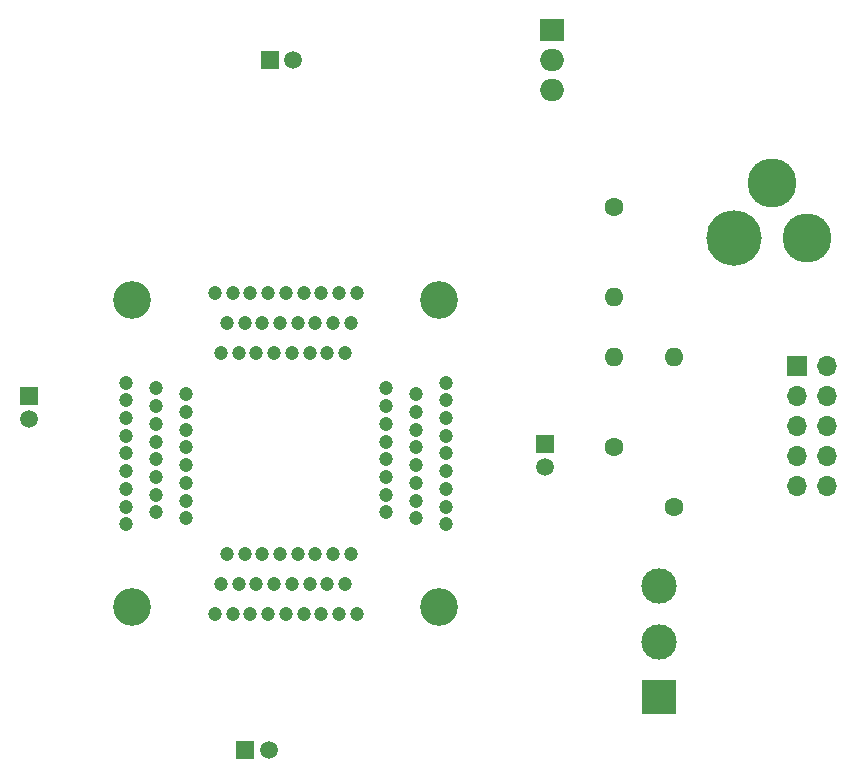
<source format=gbs>
%TF.GenerationSoftware,KiCad,Pcbnew,8.0.7*%
%TF.CreationDate,2025-02-09T12:46:03+02:00*%
%TF.ProjectId,EPM570 Programmer,45504d35-3730-4205-9072-6f6772616d6d,V0*%
%TF.SameCoordinates,Original*%
%TF.FileFunction,Soldermask,Bot*%
%TF.FilePolarity,Negative*%
%FSLAX46Y46*%
G04 Gerber Fmt 4.6, Leading zero omitted, Abs format (unit mm)*
G04 Created by KiCad (PCBNEW 8.0.7) date 2025-02-09 12:46:03*
%MOMM*%
%LPD*%
G01*
G04 APERTURE LIST*
%ADD10R,1.500000X1.500000*%
%ADD11C,1.500000*%
%ADD12C,4.700000*%
%ADD13C,4.150000*%
%ADD14R,3.000000X3.000000*%
%ADD15C,3.000000*%
%ADD16R,2.000000X1.905000*%
%ADD17O,2.000000X1.905000*%
%ADD18C,1.600000*%
%ADD19O,1.600000X1.600000*%
%ADD20R,1.700000X1.700000*%
%ADD21O,1.700000X1.700000*%
%ADD22C,3.200000*%
%ADD23C,1.200000*%
G04 APERTURE END LIST*
D10*
%TO.C,C1*%
X10356000Y20320000D03*
D11*
X12356000Y20320000D03*
%TD*%
D12*
%TO.C,J2*%
X49657000Y5207000D03*
D13*
X52857000Y9907000D03*
X55857000Y5207000D03*
%TD*%
D14*
%TO.C,S2*%
X43344000Y-33638000D03*
D15*
X43344000Y-28939000D03*
X43344000Y-24240000D03*
%TD*%
D16*
%TO.C,U1*%
X34290000Y22860000D03*
D17*
X34290000Y20320000D03*
X34290000Y17780000D03*
%TD*%
D18*
%TO.C,R1*%
X44614000Y-17509000D03*
D19*
X44614000Y-4809000D03*
%TD*%
D10*
%TO.C,C3*%
X33692000Y-12191000D03*
D11*
X33692000Y-14191000D03*
%TD*%
D20*
%TO.C,J3*%
X55028000Y-5571000D03*
D21*
X57568000Y-5571000D03*
X55028000Y-8111000D03*
X57568000Y-8111000D03*
X55028000Y-10651000D03*
X57568000Y-10651000D03*
X55028000Y-13191000D03*
X57568000Y-13191000D03*
X55028000Y-15731000D03*
X57568000Y-15731000D03*
%TD*%
D18*
%TO.C,R2*%
X39534000Y-12429000D03*
D19*
X39534000Y-4809000D03*
%TD*%
D18*
%TO.C,R3*%
X39534000Y7891000D03*
D19*
X39534000Y271000D03*
%TD*%
D22*
%TO.C,J1*%
X-1270000Y0D03*
X-1270000Y-26000000D03*
X24730000Y0D03*
X24730000Y-26000000D03*
D23*
X-1850000Y-7000000D03*
X690000Y-7500000D03*
X3230000Y-8000000D03*
X-1850000Y-8500000D03*
X690000Y-9000000D03*
X3230000Y-9500000D03*
X-1850000Y-10000000D03*
X690000Y-10500000D03*
X3230000Y-11000000D03*
X-1850000Y-11500000D03*
X690000Y-12000000D03*
X3230000Y-12500000D03*
X-1850000Y-13000000D03*
X690000Y-13500000D03*
X3230000Y-14000000D03*
X-1850000Y-14500000D03*
X690000Y-15000000D03*
X3230000Y-15500000D03*
X-1850000Y-16000000D03*
X690000Y-16500000D03*
X3230000Y-17000000D03*
X-1850000Y-17500000D03*
X690000Y-18000000D03*
X3230000Y-18500000D03*
X-1850000Y-19000000D03*
X5730000Y-26580000D03*
X6230000Y-24040000D03*
X6730000Y-21500000D03*
X7230000Y-26580000D03*
X7730000Y-24040000D03*
X8230000Y-21500000D03*
X8730000Y-26580000D03*
X9230000Y-24040000D03*
X9730000Y-21500000D03*
X10230000Y-26580000D03*
X10730000Y-24040000D03*
X11230000Y-21500000D03*
X11730000Y-26580000D03*
X12230000Y-24040000D03*
X12730000Y-21500000D03*
X13230000Y-26580000D03*
X13730000Y-24040000D03*
X14230000Y-21500000D03*
X14730000Y-26580000D03*
X15230000Y-24040000D03*
X15730000Y-21500000D03*
X16230000Y-26580000D03*
X16730000Y-24040000D03*
X17230000Y-21500000D03*
X17730000Y-26580000D03*
X25310000Y-19000000D03*
X22770000Y-18500000D03*
X20230000Y-18000000D03*
X25310000Y-17500000D03*
X22770000Y-17000000D03*
X20230000Y-16500000D03*
X25310000Y-16000000D03*
X22770000Y-15500000D03*
X20230000Y-15000000D03*
X25310000Y-14500000D03*
X22770000Y-14000000D03*
X20230000Y-13500000D03*
X25310000Y-13000000D03*
X22770000Y-12500000D03*
X20230000Y-12000000D03*
X25310000Y-11500000D03*
X22770000Y-11000000D03*
X20230000Y-10500000D03*
X25310000Y-10000000D03*
X22770000Y-9500000D03*
X20230000Y-9000000D03*
X25310000Y-8500000D03*
X22770000Y-8000000D03*
X20230000Y-7500000D03*
X25310000Y-7000000D03*
X17730000Y580000D03*
X17230000Y-1960000D03*
X16730000Y-4500000D03*
X16230000Y580000D03*
X15730000Y-1960000D03*
X15230000Y-4500000D03*
X14730000Y580000D03*
X14230000Y-1960000D03*
X13730000Y-4500000D03*
X13230000Y580000D03*
X12730000Y-1960000D03*
X12230000Y-4500000D03*
X11730000Y580000D03*
X11230000Y-1960000D03*
X10730000Y-4500000D03*
X10230000Y580000D03*
X9730000Y-1960000D03*
X9230000Y-4500000D03*
X8730000Y580000D03*
X8230000Y-1960000D03*
X7730000Y-4500000D03*
X7230000Y580000D03*
X6730000Y-1960000D03*
X6230000Y-4500000D03*
X5730000Y580000D03*
%TD*%
D10*
%TO.C,C2*%
X8292000Y-38083000D03*
D11*
X10292000Y-38083000D03*
%TD*%
D10*
%TO.C,C4*%
X-9996000Y-8127000D03*
D11*
X-9996000Y-10127000D03*
%TD*%
M02*

</source>
